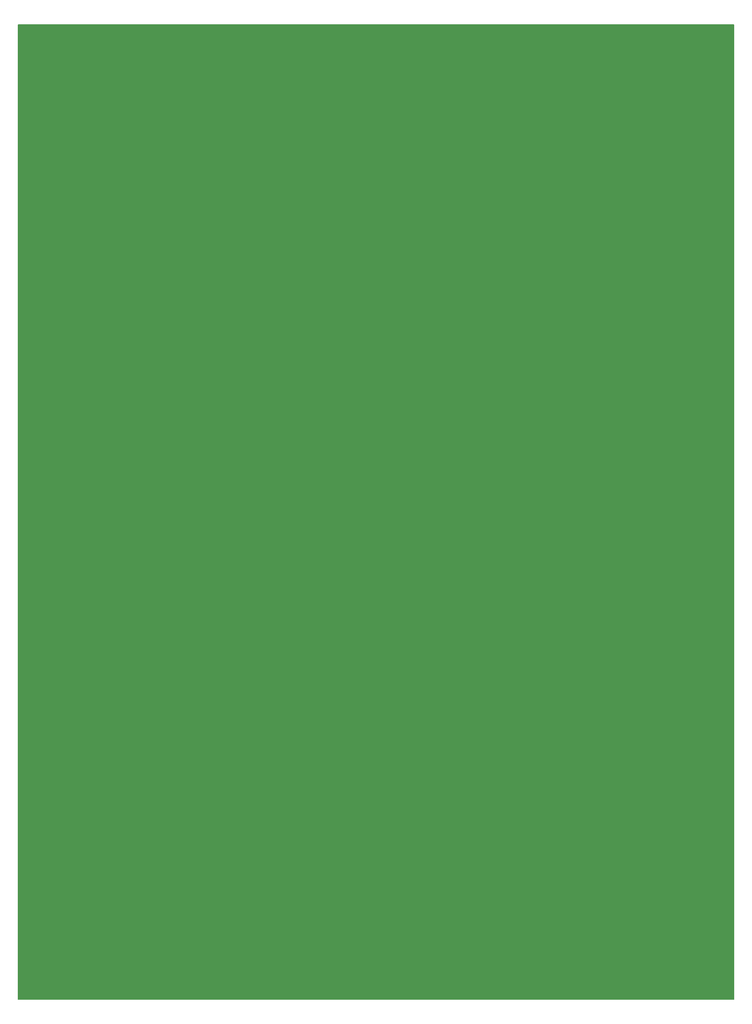
<source format=gts>
G04 #@! TF.GenerationSoftware,KiCad,Pcbnew,5.0.2-bee76a0~70~ubuntu18.04.1*
G04 #@! TF.CreationDate,2019-06-12T22:12:57+09:00*
G04 #@! TF.ProjectId,mid1,6d696431-2e6b-4696-9361-645f70636258,rev?*
G04 #@! TF.SameCoordinates,Original*
G04 #@! TF.FileFunction,Soldermask,Top*
G04 #@! TF.FilePolarity,Negative*
%FSLAX46Y46*%
G04 Gerber Fmt 4.6, Leading zero omitted, Abs format (unit mm)*
G04 Created by KiCad (PCBNEW 5.0.2-bee76a0~70~ubuntu18.04.1) date 2019年06月12日 22時12分57秒*
%MOMM*%
%LPD*%
G01*
G04 APERTURE LIST*
%ADD10C,0.150000*%
%ADD11C,0.100000*%
G04 APERTURE END LIST*
D10*
G36*
X61595000Y-20955000D02*
X211455000Y-20955000D01*
X211455000Y-224790000D01*
X61595000Y-224790000D01*
X61595000Y-20955000D01*
G37*
X61595000Y-20955000D02*
X211455000Y-20955000D01*
X211455000Y-224790000D01*
X61595000Y-224790000D01*
X61595000Y-20955000D01*
D11*
G36*
X107104615Y-219539064D02*
X107432376Y-219674827D01*
X107727357Y-219871927D01*
X107978210Y-220122780D01*
X108175310Y-220417761D01*
X108311073Y-220745522D01*
X108380284Y-221093469D01*
X108380284Y-221448237D01*
X108311073Y-221796184D01*
X108175310Y-222123945D01*
X107978210Y-222418926D01*
X107727357Y-222669779D01*
X107432376Y-222866879D01*
X107104615Y-223002642D01*
X106756668Y-223071853D01*
X106401900Y-223071853D01*
X106053953Y-223002642D01*
X105726192Y-222866879D01*
X105431211Y-222669779D01*
X105180358Y-222418926D01*
X104983258Y-222123945D01*
X104847495Y-221796184D01*
X104778284Y-221448237D01*
X104778284Y-221093469D01*
X104847495Y-220745522D01*
X104983258Y-220417761D01*
X105180358Y-220122780D01*
X105431211Y-219871927D01*
X105726192Y-219674827D01*
X106053953Y-219539064D01*
X106401900Y-219469853D01*
X106756668Y-219469853D01*
X107104615Y-219539064D01*
X107104615Y-219539064D01*
G37*
G36*
X202179600Y-208051006D02*
X202179602Y-208051007D01*
X202179603Y-208051007D01*
X202260340Y-208084450D01*
X202398172Y-208141541D01*
X202496860Y-208207482D01*
X202594877Y-208272975D01*
X202762162Y-208440260D01*
X202827655Y-208538277D01*
X202893596Y-208636965D01*
X202984131Y-208855537D01*
X203030284Y-209087563D01*
X203030284Y-209324143D01*
X202984131Y-209556169D01*
X202893596Y-209774741D01*
X202827655Y-209873429D01*
X202762162Y-209971446D01*
X202594877Y-210138731D01*
X202496860Y-210204224D01*
X202398172Y-210270165D01*
X202260340Y-210327256D01*
X202179603Y-210360699D01*
X202179602Y-210360699D01*
X202179600Y-210360700D01*
X201947574Y-210406853D01*
X201710994Y-210406853D01*
X201478968Y-210360700D01*
X201478966Y-210360699D01*
X201478965Y-210360699D01*
X201398228Y-210327256D01*
X201260396Y-210270165D01*
X201161708Y-210204224D01*
X201063691Y-210138731D01*
X200896406Y-209971446D01*
X200830913Y-209873429D01*
X200764972Y-209774741D01*
X200674437Y-209556169D01*
X200628284Y-209324143D01*
X200628284Y-209087563D01*
X200674437Y-208855537D01*
X200764972Y-208636965D01*
X200830913Y-208538277D01*
X200896406Y-208440260D01*
X201063691Y-208272975D01*
X201161708Y-208207482D01*
X201260396Y-208141541D01*
X201398228Y-208084450D01*
X201478965Y-208051007D01*
X201478966Y-208051007D01*
X201478968Y-208051006D01*
X201710994Y-208004853D01*
X201947574Y-208004853D01*
X202179600Y-208051006D01*
X202179600Y-208051006D01*
G37*
G36*
X202354615Y-140164064D02*
X202682376Y-140299827D01*
X202977357Y-140496927D01*
X203228210Y-140747780D01*
X203425310Y-141042761D01*
X203561073Y-141370522D01*
X203630284Y-141718469D01*
X203630284Y-142073237D01*
X203561073Y-142421184D01*
X203425310Y-142748945D01*
X203228210Y-143043926D01*
X202977357Y-143294779D01*
X202682376Y-143491879D01*
X202354615Y-143627642D01*
X202006668Y-143696853D01*
X201651900Y-143696853D01*
X201303953Y-143627642D01*
X200976192Y-143491879D01*
X200681211Y-143294779D01*
X200430358Y-143043926D01*
X200233258Y-142748945D01*
X200097495Y-142421184D01*
X200028284Y-142073237D01*
X200028284Y-141718469D01*
X200097495Y-141370522D01*
X200233258Y-141042761D01*
X200430358Y-140747780D01*
X200681211Y-140496927D01*
X200976192Y-140299827D01*
X201303953Y-140164064D01*
X201651900Y-140094853D01*
X202006668Y-140094853D01*
X202354615Y-140164064D01*
X202354615Y-140164064D01*
G37*
G36*
X80894600Y-129311006D02*
X80894602Y-129311007D01*
X80894603Y-129311007D01*
X80975340Y-129344450D01*
X81113172Y-129401541D01*
X81211860Y-129467482D01*
X81309877Y-129532975D01*
X81477162Y-129700260D01*
X81542655Y-129798277D01*
X81608596Y-129896965D01*
X81699131Y-130115537D01*
X81745284Y-130347563D01*
X81745284Y-130584143D01*
X81699131Y-130816169D01*
X81608596Y-131034741D01*
X81542655Y-131133429D01*
X81477162Y-131231446D01*
X81309877Y-131398731D01*
X81211860Y-131464224D01*
X81113172Y-131530165D01*
X80975340Y-131587256D01*
X80894603Y-131620699D01*
X80894602Y-131620699D01*
X80894600Y-131620700D01*
X80662574Y-131666853D01*
X80425994Y-131666853D01*
X80193968Y-131620700D01*
X80193966Y-131620699D01*
X80193965Y-131620699D01*
X80113228Y-131587256D01*
X79975396Y-131530165D01*
X79876708Y-131464224D01*
X79778691Y-131398731D01*
X79611406Y-131231446D01*
X79545913Y-131133429D01*
X79479972Y-131034741D01*
X79389437Y-130816169D01*
X79343284Y-130584143D01*
X79343284Y-130347563D01*
X79389437Y-130115537D01*
X79479972Y-129896965D01*
X79545913Y-129798277D01*
X79611406Y-129700260D01*
X79778691Y-129532975D01*
X79876708Y-129467482D01*
X79975396Y-129401541D01*
X80113228Y-129344450D01*
X80193965Y-129311007D01*
X80193966Y-129311007D01*
X80193968Y-129311006D01*
X80425994Y-129264853D01*
X80662574Y-129264853D01*
X80894600Y-129311006D01*
X80894600Y-129311006D01*
G37*
G36*
X80995316Y-114415153D02*
X80995318Y-114415154D01*
X80995319Y-114415154D01*
X81076056Y-114448597D01*
X81213888Y-114505688D01*
X81312576Y-114571629D01*
X81410593Y-114637122D01*
X81577878Y-114804407D01*
X81643371Y-114902424D01*
X81709312Y-115001112D01*
X81799847Y-115219684D01*
X81846000Y-115451710D01*
X81846000Y-115688290D01*
X81799847Y-115920316D01*
X81709312Y-116138888D01*
X81643371Y-116237576D01*
X81577878Y-116335593D01*
X81410593Y-116502878D01*
X81312576Y-116568371D01*
X81213888Y-116634312D01*
X81076056Y-116691403D01*
X80995319Y-116724846D01*
X80995318Y-116724846D01*
X80995316Y-116724847D01*
X80763290Y-116771000D01*
X80526710Y-116771000D01*
X80294684Y-116724847D01*
X80294682Y-116724846D01*
X80294681Y-116724846D01*
X80213944Y-116691403D01*
X80076112Y-116634312D01*
X79977424Y-116568371D01*
X79879407Y-116502878D01*
X79712122Y-116335593D01*
X79646629Y-116237576D01*
X79580688Y-116138888D01*
X79490153Y-115920316D01*
X79444000Y-115688290D01*
X79444000Y-115451710D01*
X79490153Y-115219684D01*
X79580688Y-115001112D01*
X79646629Y-114902424D01*
X79712122Y-114804407D01*
X79879407Y-114637122D01*
X79977424Y-114571629D01*
X80076112Y-114505688D01*
X80213944Y-114448597D01*
X80294681Y-114415154D01*
X80294682Y-114415154D01*
X80294684Y-114415153D01*
X80526710Y-114369000D01*
X80763290Y-114369000D01*
X80995316Y-114415153D01*
X80995316Y-114415153D01*
G37*
G36*
X202455331Y-102408211D02*
X202783092Y-102543974D01*
X203078073Y-102741074D01*
X203328926Y-102991927D01*
X203526026Y-103286908D01*
X203661789Y-103614669D01*
X203731000Y-103962616D01*
X203731000Y-104317384D01*
X203661789Y-104665331D01*
X203526026Y-104993092D01*
X203328926Y-105288073D01*
X203078073Y-105538926D01*
X202783092Y-105736026D01*
X202455331Y-105871789D01*
X202107384Y-105941000D01*
X201752616Y-105941000D01*
X201404669Y-105871789D01*
X201076908Y-105736026D01*
X200781927Y-105538926D01*
X200531074Y-105288073D01*
X200333974Y-104993092D01*
X200198211Y-104665331D01*
X200129000Y-104317384D01*
X200129000Y-103962616D01*
X200198211Y-103614669D01*
X200333974Y-103286908D01*
X200531074Y-102991927D01*
X200781927Y-102741074D01*
X201076908Y-102543974D01*
X201404669Y-102408211D01*
X201752616Y-102339000D01*
X202107384Y-102339000D01*
X202455331Y-102408211D01*
X202455331Y-102408211D01*
G37*
G36*
X202280316Y-35675153D02*
X202280318Y-35675154D01*
X202280319Y-35675154D01*
X202361056Y-35708597D01*
X202498888Y-35765688D01*
X202597576Y-35831629D01*
X202695593Y-35897122D01*
X202862878Y-36064407D01*
X202928371Y-36162424D01*
X202994312Y-36261112D01*
X203084847Y-36479684D01*
X203131000Y-36711710D01*
X203131000Y-36948290D01*
X203084847Y-37180316D01*
X202994312Y-37398888D01*
X202928371Y-37497576D01*
X202862878Y-37595593D01*
X202695593Y-37762878D01*
X202597576Y-37828371D01*
X202498888Y-37894312D01*
X202361056Y-37951403D01*
X202280319Y-37984846D01*
X202280318Y-37984846D01*
X202280316Y-37984847D01*
X202048290Y-38031000D01*
X201811710Y-38031000D01*
X201579684Y-37984847D01*
X201579682Y-37984846D01*
X201579681Y-37984846D01*
X201498944Y-37951403D01*
X201361112Y-37894312D01*
X201262424Y-37828371D01*
X201164407Y-37762878D01*
X200997122Y-37595593D01*
X200931629Y-37497576D01*
X200865688Y-37398888D01*
X200775153Y-37180316D01*
X200729000Y-36948290D01*
X200729000Y-36711710D01*
X200775153Y-36479684D01*
X200865688Y-36261112D01*
X200931629Y-36162424D01*
X200997122Y-36064407D01*
X201164407Y-35897122D01*
X201262424Y-35831629D01*
X201361112Y-35765688D01*
X201498944Y-35708597D01*
X201579681Y-35675154D01*
X201579682Y-35675154D01*
X201579684Y-35675153D01*
X201811710Y-35629000D01*
X202048290Y-35629000D01*
X202280316Y-35675153D01*
X202280316Y-35675153D01*
G37*
G36*
X107205331Y-23033211D02*
X107533092Y-23168974D01*
X107828073Y-23366074D01*
X108078926Y-23616927D01*
X108276026Y-23911908D01*
X108411789Y-24239669D01*
X108481000Y-24587616D01*
X108481000Y-24942384D01*
X108411789Y-25290331D01*
X108276026Y-25618092D01*
X108078926Y-25913073D01*
X107828073Y-26163926D01*
X107533092Y-26361026D01*
X107205331Y-26496789D01*
X106857384Y-26566000D01*
X106502616Y-26566000D01*
X106154669Y-26496789D01*
X105826908Y-26361026D01*
X105531927Y-26163926D01*
X105281074Y-25913073D01*
X105083974Y-25618092D01*
X104948211Y-25290331D01*
X104879000Y-24942384D01*
X104879000Y-24587616D01*
X104948211Y-24239669D01*
X105083974Y-23911908D01*
X105281074Y-23616927D01*
X105531927Y-23366074D01*
X105826908Y-23168974D01*
X106154669Y-23033211D01*
X106502616Y-22964000D01*
X106857384Y-22964000D01*
X107205331Y-23033211D01*
X107205331Y-23033211D01*
G37*
M02*

</source>
